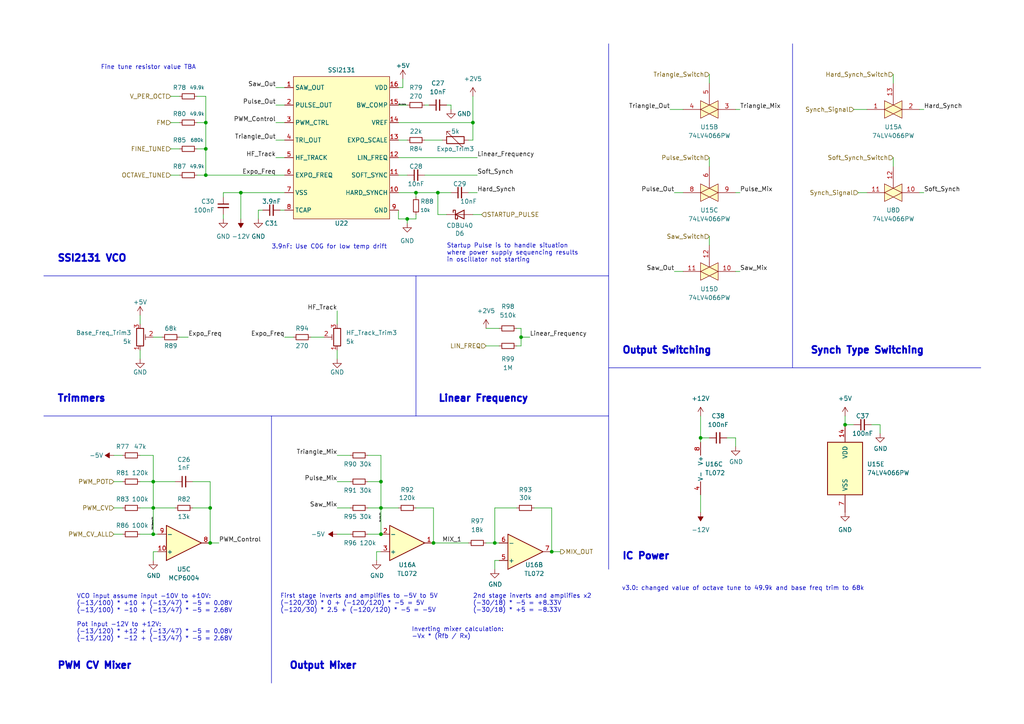
<source format=kicad_sch>
(kicad_sch (version 20230121) (generator eeschema)
  (paper "A4")
  (title_block (title "Quadraphone Voice") (date "2023-01-27") (rev "v1.0") (company "Mountjoy Modular"))
  (lib_symbols
    (symbol "4xxx:4066" (pin_names (offset 1.016))
      (property "Reference" "U" (at -7.62 8.89 0))
      (property "Value" "4066" (at -7.62 -8.89 0))
      (symbol "4066_1_0"
        (polyline (pts (xy 0 1.27) (xy 0 2.54)) (stroke (width 0.1524)))
        (polyline (pts (xy -2.54 0) (xy 2.54 2.54) (xy 2.54 -2.54) (xy -2.54 0)) (fill (type background)))
        (polyline (pts (xy -2.54 2.54) (xy 2.54 0) (xy -2.54 -2.54) (xy -2.54 2.54)) (fill (type background)))
        (pin passive line (at -7.62 0 0) (length 5.08) (name "~") (number "1"))
        (pin input line (at 0 7.62 270) (length 5.08) (name "~") (number "13"))
        (pin passive line (at 7.62 0 180) (length 5.08) (name "~") (number "2"))
      )
      (symbol "4066_2_0"
        (polyline (pts (xy 0 1.27) (xy 0 2.54)) (stroke (width 0.1524)))
        (polyline (pts (xy -2.54 0) (xy 2.54 2.54) (xy 2.54 -2.54) (xy -2.54 0)) (fill (type background)))
        (polyline (pts (xy -2.54 2.54) (xy 2.54 0) (xy -2.54 -2.54) (xy -2.54 2.54)) (fill (type background)))
        (pin passive line (at 7.62 0 180) (length 5.08) (name "~") (number "3"))
        (pin passive line (at -7.62 0 0) (length 5.08) (name "~") (number "4"))
        (pin input line (at 0 7.62 270) (length 5.08) (name "~") (number "5"))
      )
      (symbol "4066_3_0"
        (polyline (pts (xy 0 1.27) (xy 0 2.54)) (stroke (width 0.1524)))
        (polyline (pts (xy -2.54 0) (xy 2.54 2.54) (xy 2.54 -2.54) (xy -2.54 0)) (fill (type background)))
        (polyline (pts (xy -2.54 2.54) (xy 2.54 0) (xy -2.54 -2.54) (xy -2.54 2.54)) (fill (type background)))
        (pin input line (at 0 7.62 270) (length 5.08) (name "~") (number "6"))
        (pin passive line (at -7.62 0 0) (length 5.08) (name "~") (number "8"))
        (pin passive line (at 7.62 0 180) (length 5.08) (name "~") (number "9"))
      )
      (symbol "4066_4_0"
        (polyline (pts (xy 0 1.27) (xy 0 2.54)) (stroke (width 0.1524)))
        (polyline (pts (xy -2.54 0) (xy 2.54 2.54) (xy 2.54 -2.54) (xy -2.54 0)) (fill (type background)))
        (polyline (pts (xy -2.54 2.54) (xy 2.54 0) (xy -2.54 -2.54) (xy -2.54 2.54)) (fill (type background)))
        (pin passive line (at 7.62 0 180) (length 5.08) (name "~") (number "10"))
        (pin passive line (at -7.62 0 0) (length 5.08) (name "~") (number "11"))
        (pin input line (at 0 7.62 270) (length 5.08) (name "~") (number "12"))
      )
      (symbol "4066_5_0"
        (pin power_in line (at 0 12.7 270) (length 5.08) (name "VDD") (number "14"))
        (pin power_in line (at 0 -12.7 90) (length 5.08) (name "VSS") (number "7"))
      )
      (symbol "4066_5_1"
        (rectangle (start -5.08 7.62) (end 5.08 -7.62) (stroke (width 0.254)) (fill (type background)))
      )
    )
    (symbol "Amplifier_Operational:MCP6004" (pin_names (offset 0.127))
      (property "Reference" "U" (at 0 5.08 0))
      (property "Value" "MCP6004" (at 0 -5.08 0))
      (symbol "MCP6004_1_1"
        (polyline (pts (xy -5.08 5.08) (xy 5.08 0) (xy -5.08 -5.08) (xy -5.08 5.08)) (stroke (width 0.254)) (fill (type background)))
        (pin output line (at 7.62 0 180) (length 2.54) (name "~") (number "1"))
        (pin input line (at -7.62 -2.54 0) (length 2.54) (name "-") (number "2"))
        (pin input line (at -7.62 2.54 0) (length 2.54) (name "+") (number "3"))
      )
      (symbol "MCP6004_2_1"
        (polyline (pts (xy -5.08 5.08) (xy 5.08 0) (xy -5.08 -5.08) (xy -5.08 5.08)) (stroke (width 0.254)) (fill (type background)))
        (pin input line (at -7.62 2.54 0) (length 2.54) (name "+") (number "5"))
        (pin input line (at -7.62 -2.54 0) (length 2.54) (name "-") (number "6"))
        (pin output line (at 7.62 0 180) (length 2.54) (name "~") (number "7"))
      )
      (symbol "MCP6004_3_1"
        (polyline (pts (xy -5.08 5.08) (xy 5.08 0) (xy -5.08 -5.08) (xy -5.08 5.08)) (stroke (width 0.254)) (fill (type background)))
        (pin input line (at -7.62 2.54 0) (length 2.54) (name "+") (number "10"))
        (pin output line (at 7.62 0 180) (length 2.54) (name "~") (number "8"))
        (pin input line (at -7.62 -2.54 0) (length 2.54) (name "-") (number "9"))
      )
      (symbol "MCP6004_4_1"
        (polyline (pts (xy -5.08 5.08) (xy 5.08 0) (xy -5.08 -5.08) (xy -5.08 5.08)) (stroke (width 0.254)) (fill (type background)))
        (pin input line (at -7.62 2.54 0) (length 2.54) (name "+") (number "12"))
        (pin input line (at -7.62 -2.54 0) (length 2.54) (name "-") (number "13"))
        (pin output line (at 7.62 0 180) (length 2.54) (name "~") (number "14"))
      )
      (symbol "MCP6004_5_1"
        (pin power_in line (at -2.54 -7.62 90) (length 3.81) (name "V-") (number "11"))
        (pin power_in line (at -2.54 7.62 270) (length 3.81) (name "V+") (number "4"))
      )
    )
    (symbol "Amplifier_Operational:TL072" (pin_names (offset 0.127))
      (property "Reference" "U" (at 0 5.08 0))
      (property "Value" "TL072" (at 0 -5.08 0))
      (symbol "TL072_1_1"
        (polyline (pts (xy -5.08 5.08) (xy 5.08 0) (xy -5.08 -5.08) (xy -5.08 5.08)) (stroke (width 0.254)) (fill (type background)))
        (pin output line (at 7.62 0 180) (length 2.54) (name "~") (number "1"))
        (pin input line (at -7.62 -2.54 0) (length 2.54) (name "-") (number "2"))
        (pin input line (at -7.62 2.54 0) (length 2.54) (name "+") (number "3"))
      )
      (symbol "TL072_2_1"
        (polyline (pts (xy -5.08 5.08) (xy 5.08 0) (xy -5.08 -5.08) (xy -5.08 5.08)) (stroke (width 0.254)) (fill (type background)))
        (pin input line (at -7.62 2.54 0) (length 2.54) (name "+") (number "5"))
        (pin input line (at -7.62 -2.54 0) (length 2.54) (name "-") (number "6"))
        (pin output line (at 7.62 0 180) (length 2.54) (name "~") (number "7"))
      )
      (symbol "TL072_3_1"
        (pin power_in line (at -2.54 -7.62 90) (length 3.81) (name "V-") (number "4"))
        (pin power_in line (at -2.54 7.62 270) (length 3.81) (name "V+") (number "8"))
      )
    )
    (symbol "Custom_Audio:SSI2131"
      (property "Reference" "U" (at 0 21.59 0))
      (property "Value" "SSI2131" (at 0 -23.495 0))
      (symbol "SSI2131_0_0"
        (pin output line (at -16.51 16.51 0) (length 2.54) (name "SAW_OUT") (number "1"))
        (pin input line (at 16.51 -13.97 180) (length 2.54) (name "HARD_SYNCH") (number "10"))
        (pin input line (at 16.51 -8.89 180) (length 2.54) (name "SOFT_SYNC") (number "11"))
        (pin input line (at 16.51 -3.81 180) (length 2.54) (name "LIN_FREQ") (number "12"))
        (pin input line (at 16.51 1.27 180) (length 2.54) (name "EXPO_SCALE") (number "13"))
        (pin power_in line (at 16.51 6.35 180) (length 2.54) (name "VREF") (number "14"))
        (pin output line (at 16.51 11.43 180) (length 2.54) (name "BW_COMP") (number "15"))
        (pin power_in line (at 16.51 16.51 180) (length 2.54) (name "VDD") (number "16"))
        (pin output line (at -16.51 11.43 0) (length 2.54) (name "PULSE_OUT") (number "2"))
        (pin input line (at -16.51 6.35 0) (length 2.54) (name "PWM_CTRL") (number "3"))
        (pin output line (at -16.51 -3.81 0) (length 2.54) (name "HF_TRACK") (number "5"))
        (pin input line (at -16.51 -8.89 0) (length 2.54) (name "EXPO_FREQ") (number "6"))
        (pin power_in line (at -16.51 -13.97 0) (length 2.54) (name "VSS") (number "7"))
        (pin input line (at -16.51 -19.05 0) (length 2.54) (name "TCAP") (number "8"))
        (pin power_in line (at 16.51 -19.05 180) (length 2.54) (name "GND") (number "9"))
      )
      (symbol "SSI2131_0_1"
        (rectangle (start -13.97 19.685) (end 13.97 -21.59) (fill (type background)))
      )
      (symbol "SSI2131_1_1"
        (pin output line (at -16.51 1.27 0) (length 2.54) (name "TRI_OUT") (number "4"))
      )
    )
    (symbol "Device:C_Small" (pin_numbers hide) (pin_names (offset 0.254) hide)
      (property "Reference" "C" (at 0.254 1.778 0))
      (property "Value" "C_Small" (at 0.254 -2.032 0))
      (symbol "C_Small_0_1"
        (polyline (pts (xy -1.524 -0.508) (xy 1.524 -0.508)) (stroke (width 0.3302)))
        (polyline (pts (xy -1.524 0.508) (xy 1.524 0.508)) (stroke (width 0.3048)))
      )
      (symbol "C_Small_1_1"
        (pin passive line (at 0 2.54 270) (length 2.032) (name "~") (number "1"))
        (pin passive line (at 0 -2.54 90) (length 2.032) (name "~") (number "2"))
      )
    )
    (symbol "Device:R_Potentiometer_Trim" (pin_names (offset 1.016) hide)
      (property "Reference" "RV" (at -4.445 0 90))
      (property "Value" "R_Potentiometer_Trim" (at -2.54 0 90))
      (symbol "R_Potentiometer_Trim_0_1"
        (polyline (pts (xy 1.524 0.762) (xy 1.524 -0.762)))
        (polyline (pts (xy 2.54 0) (xy 1.524 0)))
        (rectangle (start 1.016 2.54) (end -1.016 -2.54) (stroke (width 0.254)))
      )
      (symbol "R_Potentiometer_Trim_1_1"
        (pin passive line (at 0 3.81 270) (length 1.27) (name "1") (number "1"))
        (pin passive line (at 3.81 0 180) (length 1.27) (name "2") (number "2"))
        (pin passive line (at 0 -3.81 90) (length 1.27) (name "3") (number "3"))
      )
    )
    (symbol "Device:R_Small" (pin_numbers hide) (pin_names (offset 0.254) hide)
      (property "Reference" "R" (at 0.762 0.508 0))
      (property "Value" "R_Small" (at 0.762 -1.016 0))
      (symbol "R_Small_0_1"
        (rectangle (start -0.762 1.778) (end 0.762 -1.778) (stroke (width 0.2032)))
      )
      (symbol "R_Small_1_1"
        (pin passive line (at 0 2.54 270) (length 0.762) (name "~") (number "1"))
        (pin passive line (at 0 -2.54 90) (length 0.762) (name "~") (number "2"))
      )
    )
    (symbol "Device:R_Variable" (pin_numbers hide) (pin_names (offset 0))
      (property "Reference" "R" (at 2.54 -2.54 90))
      (property "Value" "R_Variable" (at -2.54 -1.27 90))
      (symbol "R_Variable_0_1"
        (rectangle (start -1.016 -2.54) (end 1.016 2.54) (stroke (width 0.254)))
        (polyline (pts (xy 2.54 1.524) (xy 2.54 2.54) (xy 1.524 2.54) (xy 2.54 2.54) (xy -2.032 -2.032)))
      )
      (symbol "R_Variable_1_1"
        (pin passive line (at 0 3.81 270) (length 1.27) (name "~") (number "1"))
        (pin passive line (at 0 -3.81 90) (length 1.27) (name "~") (number "2"))
      )
    )
    (symbol "Diode:1N5819" (pin_numbers hide) (pin_names (offset 1.016) hide)
      (property "Reference" "D" (at 0 2.54 0))
      (property "Value" "1N5819" (at 0 -2.54 0))
      (symbol "1N5819_0_1"
        (polyline (pts (xy 1.27 0) (xy -1.27 0)))
        (polyline (pts (xy 1.27 1.27) (xy 1.27 -1.27) (xy -1.27 0) (xy 1.27 1.27)) (stroke (width 0.254)))
        (polyline (pts (xy -1.905 0.635) (xy -1.905 1.27) (xy -1.27 1.27) (xy -1.27 -1.27) (xy -0.635 -1.27) (xy -0.635 -0.635)) (stroke (width 0.254)))
      )
      (symbol "1N5819_1_1"
        (pin passive line (at -3.81 0 0) (length 2.54) (name "K") (number "1"))
        (pin passive line (at 3.81 0 180) (length 2.54) (name "A") (number "2"))
      )
    )
    (symbol "power:+12V" (power) (pin_names (offset 0))
      (property "Value" "+12V" (at 0 3.556 0))
      (symbol "+12V_0_1"
        (polyline (pts (xy -0.762 1.27) (xy 0 2.54)))
        (polyline (pts (xy 0 0) (xy 0 2.54)))
        (polyline (pts (xy 0 2.54) (xy 0.762 1.27)))
      )
      (symbol "+12V_1_1"
        (pin power_in line (at 0 0 90) (length 0) hide (name "+12V") (number "1"))
      )
    )
    (symbol "power:+2V5" (power) (pin_names (offset 0))
      (property "Value" "+2V5" (at 0 3.556 0))
      (symbol "+2V5_0_1"
        (polyline (pts (xy -0.762 1.27) (xy 0 2.54)))
        (polyline (pts (xy 0 0) (xy 0 2.54)))
        (polyline (pts (xy 0 2.54) (xy 0.762 1.27)))
      )
      (symbol "+2V5_1_1"
        (pin power_in line (at 0 0 90) (length 0) hide (name "+2V5") (number "1"))
      )
    )
    (symbol "power:+5V" (power) (pin_names (offset 0))
      (property "Value" "+5V" (at 0 3.556 0))
      (symbol "+5V_0_1"
        (polyline (pts (xy -0.762 1.27) (xy 0 2.54)))
        (polyline (pts (xy 0 0) (xy 0 2.54)))
        (polyline (pts (xy 0 2.54) (xy 0.762 1.27)))
      )
      (symbol "+5V_1_1"
        (pin power_in line (at 0 0 90) (length 0) hide (name "+5V") (number "1"))
      )
    )
    (symbol "power:-12V" (power) (pin_names (offset 0))
      (property "Value" "-12V" (at 0 3.81 0))
      (symbol "-12V_0_0"
        (pin power_in line (at 0 0 90) (length 0) hide (name "-12V") (number "1"))
      )
      (symbol "-12V_0_1"
        (polyline (pts (xy 0 0) (xy 0 1.27) (xy 0.762 1.27) (xy 0 2.54) (xy -0.762 1.27) (xy 0 1.27)) (fill (type outline)))
      )
    )
    (symbol "power:-5V" (power) (pin_names (offset 0))
      (property "Value" "-5V" (at 0 3.81 0))
      (symbol "-5V_0_0"
        (pin power_in line (at 0 0 90) (length 0) hide (name "-5V") (number "1"))
      )
      (symbol "-5V_0_1"
        (polyline (pts (xy 0 0) (xy 0 1.27) (xy 0.762 1.27) (xy 0 2.54) (xy -0.762 1.27) (xy 0 1.27)) (fill (type outline)))
      )
    )
    (symbol "power:GND" (power) (pin_names (offset 0))
      (property "Value" "GND" (at 0 -3.81 0))
      (symbol "GND_0_1"
        (polyline (pts (xy 0 0) (xy 0 -1.27) (xy 1.27 -1.27) (xy 0 -2.54) (xy -1.27 -1.27) (xy 0 -1.27)))
      )
      (symbol "GND_1_1"
        (pin power_in line (at 0 0 270) (length 0) hide (name "GND") (number "1"))
      )
    )
  )
  (junction (at 60.96 147.32))
  (junction (at 127 55.88))
  (junction (at 160.02 160.02))
  (junction (at 137.16 35.56))
  (junction (at 151.13 97.79))
  (junction (at 110.49 154.94))
  (junction (at 118.11 63.5))
  (junction (at 110.49 139.7))
  (junction (at 203.2 127))
  (junction (at 245.11 123.19))
  (junction (at 125.73 157.48))
  (junction (at 120.65 55.88))
  (junction (at 59.69 43.18))
  (junction (at 69.85 55.88))
  (junction (at 110.49 147.32))
  (junction (at 143.51 157.48))
  (junction (at 60.96 157.48))
  (junction (at 59.69 50.8))
  (junction (at 44.45 139.7))
  (junction (at 44.45 147.32))
  (junction (at 59.69 35.56))
  (junction (at 44.45 154.94))
  (polyline (pts (xy 176.53 165.1) (xy 176.53 12.7)))
  (polyline (pts (xy 12.7 120.65) (xy 176.53 120.65)))
  (wire (pts (xy 115.57 35.56) (xy 137.16 35.56)))
  (wire (pts (xy 57.15 35.56) (xy 59.69 35.56)))
  (polyline (pts (xy 229.87 12.7) (xy 229.87 106.68)))
  (wire (pts (xy 149.86 100.33) (xy 151.13 100.33)))
  (wire (pts (xy 151.13 97.79) (xy 151.13 95.25)))
  (wire (pts (xy 120.65 147.32) (xy 125.73 147.32)))
  (wire (pts (xy 110.49 139.7) (xy 110.49 147.32)))
  (wire (pts (xy 97.79 154.94) (xy 101.6 154.94)))
  (wire (pts (xy 143.51 157.48) (xy 144.78 157.48)))
  (wire (pts (xy 55.88 147.32) (xy 60.96 147.32)))
  (wire (pts (xy 143.51 147.32) (xy 149.86 147.32)))
  (wire (pts (xy 109.22 160.02) (xy 109.22 162.56)))
  (wire (pts (xy 116.84 25.4) (xy 115.57 25.4)))
  (wire (pts (xy 115.57 45.72) (xy 138.43 45.72)))
  (wire (pts (xy 129.54 30.48) (xy 130.81 30.48)))
  (wire (pts (xy 195.58 78.74) (xy 198.12 78.74)))
  (wire (pts (xy 49.53 50.8) (xy 52.07 50.8)))
  (wire (pts (xy 80.01 25.4) (xy 82.55 25.4)))
  (wire (pts (xy 33.02 139.7) (xy 35.56 139.7)))
  (wire (pts (xy 40.64 139.7) (xy 44.45 139.7)))
  (wire (pts (xy 49.53 43.18) (xy 52.07 43.18)))
  (wire (pts (xy 266.7 31.75) (xy 267.97 31.75)))
  (wire (pts (xy 115.57 40.64) (xy 118.11 40.64)))
  (wire (pts (xy 97.79 101.6) (xy 97.79 104.14)))
  (wire (pts (xy 115.57 63.5) (xy 118.11 63.5)))
  (wire (pts (xy 97.79 139.7) (xy 101.6 139.7)))
  (wire (pts (xy 60.96 147.32) (xy 60.96 157.48)))
  (wire (pts (xy 97.79 147.32) (xy 101.6 147.32)))
  (wire (pts (xy 259.08 45.72) (xy 259.08 48.26)))
  (wire (pts (xy 90.17 97.79) (xy 93.98 97.79)))
  (wire (pts (xy 123.19 50.8) (xy 138.43 50.8)))
  (wire (pts (xy 123.19 30.48) (xy 124.46 30.48)))
  (polyline (pts (xy 176.53 106.68) (xy 284.48 106.68)))
  (wire (pts (xy 80.01 30.48) (xy 82.55 30.48)))
  (wire (pts (xy 33.02 132.08) (xy 35.56 132.08)))
  (wire (pts (xy 59.69 27.94) (xy 59.69 35.56)))
  (wire (pts (xy 203.2 120.65) (xy 203.2 127)))
  (wire (pts (xy 40.64 147.32) (xy 44.45 147.32)))
  (wire (pts (xy 69.85 55.88) (xy 69.85 63.5)))
  (wire (pts (xy 59.69 43.18) (xy 59.69 50.8)))
  (wire (pts (xy 116.84 22.86) (xy 116.84 25.4)))
  (polyline (pts (xy 12.7 80.01) (xy 176.53 80.01)))
  (wire (pts (xy 97.79 132.08) (xy 101.6 132.08)))
  (wire (pts (xy 115.57 60.96) (xy 115.57 63.5)))
  (wire (pts (xy 44.45 160.02) (xy 45.72 160.02)))
  (wire (pts (xy 144.78 95.25) (xy 140.97 95.25)))
  (wire (pts (xy 44.45 139.7) (xy 50.8 139.7)))
  (wire (pts (xy 135.89 55.88) (xy 138.43 55.88)))
  (wire (pts (xy 74.93 60.96) (xy 74.93 63.5)))
  (wire (pts (xy 259.08 21.59) (xy 259.08 24.13)))
  (wire (pts (xy 140.97 100.33) (xy 144.78 100.33)))
  (wire (pts (xy 57.15 43.18) (xy 59.69 43.18)))
  (wire (pts (xy 245.11 123.19) (xy 247.65 123.19)))
  (wire (pts (xy 57.15 50.8) (xy 59.69 50.8)))
  (wire (pts (xy 59.69 35.56) (xy 59.69 43.18)))
  (wire (pts (xy 143.51 162.56) (xy 144.78 162.56)))
  (wire (pts (xy 203.2 127) (xy 203.2 128.27)))
  (wire (pts (xy 45.72 154.94) (xy 44.45 154.94)))
  (wire (pts (xy 106.68 154.94) (xy 110.49 154.94)))
  (wire (pts (xy 154.94 147.32) (xy 160.02 147.32)))
  (wire (pts (xy 125.73 157.48) (xy 135.89 157.48)))
  (wire (pts (xy 82.55 97.79) (xy 85.09 97.79)))
  (wire (pts (xy 44.45 97.79) (xy 46.99 97.79)))
  (wire (pts (xy 44.45 147.32) (xy 44.45 154.94)))
  (wire (pts (xy 210.82 127) (xy 213.36 127)))
  (wire (pts (xy 127 55.88) (xy 130.81 55.88)))
  (wire (pts (xy 245.11 120.65) (xy 245.11 123.19)))
  (wire (pts (xy 140.97 157.48) (xy 143.51 157.48)))
  (wire (pts (xy 143.51 162.56) (xy 143.51 165.1)))
  (wire (pts (xy 205.74 68.58) (xy 205.74 71.12)))
  (wire (pts (xy 106.68 147.32) (xy 110.49 147.32)))
  (wire (pts (xy 127 55.88) (xy 127 62.23)))
  (wire (pts (xy 203.2 127) (xy 205.74 127)))
  (wire (pts (xy 97.79 90.17) (xy 97.79 93.98)))
  (wire (pts (xy 60.96 157.48) (xy 63.5 157.48)))
  (wire (pts (xy 64.77 55.88) (xy 64.77 57.15)))
  (wire (pts (xy 247.65 31.75) (xy 251.46 31.75)))
  (wire (pts (xy 54.61 97.79) (xy 52.07 97.79)))
  (wire (pts (xy 151.13 100.33) (xy 151.13 97.79)))
  (wire (pts (xy 40.64 154.94) (xy 44.45 154.94)))
  (wire (pts (xy 40.64 91.44) (xy 40.64 93.98)))
  (polyline (pts (xy 78.74 120.65) (xy 78.74 198.12)))
  (wire (pts (xy 44.45 139.7) (xy 44.45 147.32)))
  (wire (pts (xy 248.92 55.88) (xy 251.46 55.88)))
  (wire (pts (xy 44.45 147.32) (xy 50.8 147.32)))
  (wire (pts (xy 213.36 55.88) (xy 214.63 55.88)))
  (wire (pts (xy 59.69 27.94) (xy 57.15 27.94)))
  (wire (pts (xy 106.68 132.08) (xy 110.49 132.08)))
  (wire (pts (xy 49.53 27.94) (xy 52.07 27.94)))
  (wire (pts (xy 49.53 35.56) (xy 52.07 35.56)))
  (wire (pts (xy 135.89 40.64) (xy 137.16 40.64)))
  (wire (pts (xy 44.45 160.02) (xy 44.45 162.56)))
  (wire (pts (xy 106.68 139.7) (xy 110.49 139.7)))
  (wire (pts (xy 127 62.23) (xy 129.54 62.23)))
  (wire (pts (xy 80.01 45.72) (xy 82.55 45.72)))
  (wire (pts (xy 151.13 95.25) (xy 149.86 95.25)))
  (wire (pts (xy 74.93 60.96) (xy 76.2 60.96)))
  (wire (pts (xy 118.11 63.5) (xy 118.11 64.77)))
  (wire (pts (xy 125.73 147.32) (xy 125.73 157.48)))
  (wire (pts (xy 252.73 123.19) (xy 255.27 123.19)))
  (wire (pts (xy 266.7 55.88) (xy 267.97 55.88)))
  (wire (pts (xy 123.19 40.64) (xy 128.27 40.64)))
  (wire (pts (xy 80.01 35.56) (xy 82.55 35.56)))
  (wire (pts (xy 115.57 50.8) (xy 118.11 50.8)))
  (wire (pts (xy 130.81 30.48) (xy 130.81 31.75)))
  (wire (pts (xy 33.02 154.94) (xy 35.56 154.94)))
  (wire (pts (xy 81.28 60.96) (xy 82.55 60.96)))
  (wire (pts (xy 55.88 139.7) (xy 60.96 139.7)))
  (wire (pts (xy 120.65 55.88) (xy 120.65 57.15)))
  (wire (pts (xy 213.36 78.74) (xy 214.63 78.74)))
  (wire (pts (xy 40.64 101.6) (xy 40.64 104.14)))
  (wire (pts (xy 213.36 127) (xy 213.36 129.54)))
  (wire (pts (xy 110.49 147.32) (xy 110.49 154.94)))
  (wire (pts (xy 213.36 31.75) (xy 214.63 31.75)))
  (wire (pts (xy 137.16 27.94) (xy 137.16 35.56)))
  (polyline (pts (xy 120.65 120.65) (xy 120.65 80.01)))
  (wire (pts (xy 137.16 62.23) (xy 139.7 62.23)))
  (wire (pts (xy 64.77 62.23) (xy 64.77 63.5)))
  (wire (pts (xy 64.77 55.88) (xy 69.85 55.88)))
  (wire (pts (xy 60.96 139.7) (xy 60.96 147.32)))
  (wire (pts (xy 137.16 40.64) (xy 137.16 35.56)))
  (wire (pts (xy 151.13 97.79) (xy 153.67 97.79)))
  (wire (pts (xy 115.57 55.88) (xy 120.65 55.88)))
  (wire (pts (xy 118.11 30.48) (xy 115.57 30.48)))
  (wire (pts (xy 110.49 132.08) (xy 110.49 139.7)))
  (wire (pts (xy 59.69 50.8) (xy 82.55 50.8)))
  (wire (pts (xy 143.51 147.32) (xy 143.51 157.48)))
  (wire (pts (xy 255.27 123.19) (xy 255.27 125.73)))
  (wire (pts (xy 109.22 160.02) (xy 110.49 160.02)))
  (wire (pts (xy 160.02 147.32) (xy 160.02 160.02)))
  (wire (pts (xy 69.85 55.88) (xy 82.55 55.88)))
  (wire (pts (xy 40.64 132.08) (xy 44.45 132.08)))
  (wire (pts (xy 194.31 31.75) (xy 198.12 31.75)))
  (wire (pts (xy 80.01 40.64) (xy 82.55 40.64)))
  (wire (pts (xy 160.02 160.02) (xy 162.56 160.02)))
  (wire (pts (xy 205.74 45.72) (xy 205.74 48.26)))
  (wire (pts (xy 203.2 148.59) (xy 203.2 143.51)))
  (wire (pts (xy 110.49 147.32) (xy 115.57 147.32)))
  (wire (pts (xy 44.45 132.08) (xy 44.45 139.7)))
  (wire (pts (xy 120.65 62.23) (xy 120.65 63.5)))
  (wire (pts (xy 195.58 55.88) (xy 198.12 55.88)))
  (wire (pts (xy 205.74 21.59) (xy 205.74 24.13)))
  (wire (pts (xy 120.65 55.88) (xy 127 55.88)))
  (wire (pts (xy 120.65 63.5) (xy 118.11 63.5)))
  (wire (pts (xy 33.02 147.32) (xy 35.56 147.32)))
  (text "First stage inverts and amplifies to -5V to 5V\n(-120/30) * 0 + (-120/120) * -5 = 5V\n(-120/30) * 2.5 + (-120/120) * -5 = -5V" (at 81.28 177.8 0) (effects (font (size 1.27 1.27)) (justify left bottom)))
  (text "Startup Pulse is to handle situation \nwhere power supply sequencing results \nin oscillator not starting\n" (at 129.54 76.2 0) (effects (font (size 1.27 1.27)) (justify left bottom)))
  (text "Fine tune resistor value TBA" (at 29.21 20.32 0) (effects (font (size 1.27 1.27)) (justify left bottom)))
  (text "PWM CV Mixer" (at 16.51 194.31 0) (effects (font (size 2 2) (thickness 0.6) bold) (justify left bottom)))
  (text "Synch Type Switching" (at 234.95 102.87 0) (effects (font (size 2 2) (thickness 0.6) bold) (justify left bottom)))
  (text "Inverting mixer calculation:\n-Vx * (Rfb / Rx)" (at 119.38 185.42 0) (effects (font (size 1.27 1.27)) (justify left bottom)))
  (text "SSI2131 VCO" (at 16.51 76.2 0) (effects (font (size 2 2) (thickness 0.6) bold) (justify left bottom)))
  (text "Linear Frequency" (at 127 116.84 0) (effects (font (size 2 2) (thickness 0.6) bold) (justify left bottom)))
  (text "VCO input assume input -10V to +10V:\n(-13/100) * +10 + (-13/47) * -5 = 0.08V\n(-13/100) * -10 + (-13/47) * -5 = 2.68V\n\nPot input -12V to +12V:\n(-13/120) * +12 + (-13/47) * -5 = 0.08V\n(-13/120) * -12 + (-13/47) * -5 = 2.68V" (at 22.225 186.055 0) (effects (font (size 1.27 1.27)) (justify left bottom)))
  (text "Trimmers" (at 16.51 116.84 0) (effects (font (size 2 2) (thickness 0.6) bold) (justify left bottom)))
  (text "Output Mixer" (at 83.82 194.31 0) (effects (font (size 2 2) (thickness 0.6) bold) (justify left bottom)))
  (text "v3.0: changed value of octave tune to 49.9k and base freq trim to 68k" (at 180.34 171.45 0) (effects (font (size 1.27 1.27)) (justify left bottom)))
  (text "3.9nF: Use C0G for low temp drift" (at 78.74 72.39 0) (effects (font (size 1.27 1.27)) (justify left bottom)))
  (text "IC Power" (at 180.34 162.56 0) (effects (font (size 2 2) (thickness 0.6) bold) (justify left bottom)))
  (text "2nd stage inverts and amplifies x2\n(-30/18) * -5 = +8.33V\n(-30/18) * +5 = -8.33V" (at 137.16 177.8 0) (effects (font (size 1.27 1.27)) (justify left bottom)))
  (text "Output Switching" (at 180.34 102.87 0) (effects (font (size 2 2) (thickness 0.6) bold) (justify left bottom)))
  (label "Saw_Mix" (at 214.63 78.74 0))
  (label "Linear_Frequency" (at 138.43 45.72 0))
  (label "Expo_Freq" (at 80.01 50.8 180))
  (label "MIX_1" (at 128.27 157.48 0))
  (label "Triangle_Out" (at 194.31 31.75 180))
  (label "Soft_Synch" (at 138.43 50.8 0))
  (label "Hard_Synch" (at 267.97 31.75 0))
  (label "Triangle_Out" (at 80.01 40.64 180))
  (label "Saw_Mix" (at 97.79 147.32 180))
  (label "BW_Comp" (at 115.57 30.48 0) (effects (font (size 0.3 0.3))))
  (label "PWM_Opamp_Mix" (at 44.45 149.86 270) (effects (font (size 0.3 0.3))))
  (label "Hard_Synch" (at 138.43 55.88 0))
  (label "Pulse_Mix" (at 214.63 55.88 0))
  (label "Expo_Freq" (at 54.61 97.79 0))
  (label "Soft_Synch" (at 267.97 55.88 0))
  (label "HF_Track" (at 80.01 45.72 180))
  (label "Pulse_Mix" (at 97.79 139.7 180))
  (label "Saw_Out" (at 80.01 25.4 180))
  (label "Triangle_Mix" (at 214.63 31.75 0))
  (label "PWM_Control" (at 80.01 35.56 180))
  (label "Pulse_Out" (at 195.58 55.88 180))
  (label "Triangle_Mix" (at 97.79 132.08 180))
  (label "PWM_Control" (at 63.5 157.48 0))
  (label "HF_Track" (at 97.79 90.17 180))
  (label "Expo_Freq" (at 82.55 97.79 180))
  (label "Linear_Frequency" (at 153.67 97.79 0))
  (label "Pulse_Out" (at 80.01 30.48 180))
  (label "Saw_Out" (at 195.58 78.74 180))
  (label "Op_Amp_Mix" (at 110.49 148.59 270) (effects (font (size 0.3 0.3))))
  (hierarchical_label "FM" (shape input) (at 49.53 35.56 180))
  (hierarchical_label "MIX_OUT" (shape output) (at 162.56 160.02 0))
  (hierarchical_label "Triangle_Switch" (shape input) (at 205.74 21.59 180))
  (hierarchical_label "PWM_CV" (shape input) (at 33.02 147.32 180))
  (hierarchical_label "Saw_Switch" (shape input) (at 205.74 68.58 180))
  (hierarchical_label "PWM_POT" (shape input) (at 33.02 139.7 180))
  (hierarchical_label "Synch_Signal" (shape input) (at 247.65 31.75 180))
  (hierarchical_label "LIN_FREQ" (shape input) (at 140.97 100.33 180))
  (hierarchical_label "STARTUP_PULSE" (shape input) (at 139.7 62.23 0))
  (hierarchical_label "OCTAVE_TUNE" (shape input) (at 49.53 50.8 180))
  (hierarchical_label "V_PER_OCT" (shape input) (at 49.53 27.94 180))
  (hierarchical_label "FINE_TUNE" (shape input) (at 49.53 43.18 180))
  (hierarchical_label "Soft_Synch_Switch" (shape input) (at 259.08 45.72 180))
  (hierarchical_label "Synch_Signal" (shape input) (at 248.92 55.88 180))
  (hierarchical_label "Pulse_Switch" (shape input) (at 205.74 45.72 180))
  (hierarchical_label "PWM_CV_ALL" (shape input) (at 33.02 154.94 180))
  (hierarchical_label "Hard_Synch_Switch" (shape input) (at 259.08 21.59 180))
  (symbol (lib_id "power:+2V5") (at 140.97 95.25 0) (mirror y) (unit 1)
    (property "Reference" "#PWR097" (effects hide))
    (property "Value" "+2V5" (at 140.97 90.17 0))
  )
  (symbol (lib_id "Device:R_Small") (at 38.1 132.08 270) (unit 1)
    (property "Reference" "R77" (at 35.56 129.54 90))
    (property "Value" "47k" (at 40.64 129.54 90))
    (property "Footprint" "Resistor_SMD:R_0603_1608Metric" (effects hide))
  )
  (symbol (lib_id "Device:R_Small") (at 38.1 139.7 270) (unit 1)
    (property "Reference" "R81" (at 35.56 137.16 90))
    (property "Value" "120k" (at 40.64 137.16 90))
    (property "Footprint" "Resistor_SMD:R_0603_1608Metric" (effects hide))
  )
  (symbol (lib_id "power:GND") (at 40.64 104.14 0) (mirror y) (unit 1)
    (property "Reference" "#PWR092" (effects hide))
    (property "Value" "GND" (at 40.64 107.95 0))
  )
  (symbol (lib_id "Device:C_Small") (at 208.28 127 90) (unit 1)
    (property "Reference" "C38" (at 208.2863 120.65 90))
    (property "Value" "100nF" (at 208.2863 123.19 90))
    (property "Footprint" "Capacitor_SMD:C_0603_1608Metric_Pad1.08x0.95mm_HandSolder" (effects hide))
  )
  (symbol (lib_id "power:GND") (at 44.45 162.56 0) (unit 1)
    (property "Reference" "#PWR086" (effects hide))
    (property "Value" "GND" (at 44.577 166.9542 0))
  )
  (symbol (lib_id "Device:C_Small") (at 133.35 55.88 90) (unit 1)
    (property "Reference" "C29" (at 133.35 53.34 90))
    (property "Value" "10nF" (at 135.89 58.42 90))
    (property "Footprint" "Capacitor_SMD:C_0603_1608Metric_Pad1.08x0.95mm_HandSolder" (effects hide))
  )
  (symbol (lib_id "Device:R_Small") (at 118.11 147.32 270) (unit 1)
    (property "Reference" "R92" (at 118.11 142.0622 90))
    (property "Value" "120k" (at 118.11 144.3736 90))
    (property "Footprint" "Resistor_SMD:R_0603_1608Metric" (effects hide))
  )
  (symbol (lib_id "Diode:1N5819") (at 133.35 62.23 0) (unit 1)
    (property "Reference" "D6" (at 133.35 67.7164 0))
    (property "Value" "CDBU40" (at 133.35 65.405 0))
    (property "Footprint" "Diode_SMD:D_0603_1608Metric" (effects hide))
    (property "Datasheet" "http://www.vishay.com/docs/88525/1n5817.pdf" (effects hide))
  )
  (symbol (lib_id "Device:C_Small") (at 250.19 123.19 90) (unit 1)
    (property "Reference" "C37" (at 250.19 120.65 90))
    (property "Value" "100nF" (at 250.19 125.73 90))
    (property "Footprint" "Capacitor_SMD:C_0603_1608Metric_Pad1.08x0.95mm_HandSolder" (effects hide))
  )
  (symbol (lib_id "Device:R_Small") (at 87.63 97.79 270) (unit 1)
    (property "Reference" "R94" (at 87.63 95.25 90))
    (property "Value" "270" (at 87.63 100.33 90))
    (property "Footprint" "Resistor_SMD:R_0603_1608Metric" (effects hide))
  )
  (symbol (lib_id "Device:R_Small") (at 147.32 95.25 270) (mirror x) (unit 1)
    (property "Reference" "R98" (at 147.32 88.9 90))
    (property "Value" "510k" (at 147.32 91.44 90))
    (property "Footprint" "Resistor_SMD:R_0603_1608Metric" (effects hide))
  )
  (symbol (lib_id "4xxx:4066") (at 205.74 55.88 0) (unit 3)
    (property "Reference" "U15" (at 205.74 60.96 0))
    (property "Value" "74LV4066PW" (at 205.74 63.5 0))
    (property "Footprint" "Package_SO:TSSOP-14_4.4x5mm_P0.65mm" (effects hide))
    (property "Datasheet" "http://www.ti.com/lit/ds/symlink/cd4066b.pdf" (effects hide))
  )
  (symbol (lib_id "power:-12V") (at 69.85 63.5 180) (unit 1)
    (property "Reference" "#PWR088" (effects hide))
    (property "Value" "-12V" (at 69.85 68.58 0))
  )
  (symbol (lib_id "power:GND") (at 97.79 104.14 0) (unit 1)
    (property "Reference" "#PWR094" (effects hide))
    (property "Value" "GND" (at 97.79 107.95 0))
  )
  (symbol (lib_id "Device:R_Small") (at 104.14 139.7 270) (unit 1)
    (property "Reference" "R91" (at 101.6 142.24 90))
    (property "Value" "30k" (at 106.045 142.24 90))
    (property "Footprint" "Resistor_SMD:R_0603_1608Metric" (effects hide))
  )
  (symbol (lib_id "Device:R_Small") (at 152.4 147.32 270) (unit 1)
    (property "Reference" "R93" (at 152.4 142.0622 90))
    (property "Value" "30k" (at 152.4 144.3736 90))
    (property "Footprint" "Resistor_SMD:R_0603_1608Metric" (effects hide))
  )
  (symbol (lib_id "power:+12V") (at 203.2 120.65 0) (mirror y) (unit 1)
    (property "Reference" "#PWR0128" (effects hide))
    (property "Value" "+12V" (at 203.2 115.57 0))
  )
  (symbol (lib_id "Device:R_Small") (at 147.32 100.33 90) (unit 1)
    (property "Reference" "R99" (at 147.32 104.14 90))
    (property "Value" "1M" (at 147.32 106.68 90))
    (property "Footprint" "Resistor_SMD:R_0603_1608Metric" (effects hide))
  )
  (symbol (lib_id "4xxx:4066") (at 205.74 31.75 0) (unit 2)
    (property "Reference" "U15" (at 205.74 36.83 0))
    (property "Value" "74LV4066PW" (at 205.74 39.37 0))
    (property "Footprint" "Package_SO:TSSOP-14_4.4x5mm_P0.65mm" (effects hide))
    (property "Datasheet" "http://www.ti.com/lit/ds/symlink/cd4066b.pdf" (effects hide))
  )
  (symbol (lib_id "Device:R_Small") (at 120.65 30.48 90) (unit 1)
    (property "Reference" "R79" (at 120.65 25.4 90))
    (property "Value" "270" (at 120.65 27.94 90))
    (property "Footprint" "Resistor_SMD:R_0603_1608Metric" (effects hide))
  )
  (symbol (lib_id "Amplifier_Operational:TL072") (at 205.74 135.89 0) (unit 3)
    (property "Reference" "U16" (at 204.47 134.6199 0) (effects (justify left)))
    (property "Value" "TL072" (at 204.47 137.1599 0) (effects (justify left)))
    (property "Footprint" "Package_SO:SOIC-8_3.9x4.9mm_P1.27mm" (effects hide))
    (property "Datasheet" "http://www.ti.com/lit/ds/symlink/tl071.pdf" (effects hide))
  )
  (symbol (lib_id "Device:R_Small") (at 49.53 97.79 90) (unit 1)
    (property "Reference" "R89" (at 49.53 100.33 90))
    (property "Value" "68k" (at 49.53 95.25 90))
    (property "Footprint" "Resistor_SMD:R_0603_1608Metric" (effects hide))
  )
  (symbol (lib_id "Device:R_Small") (at 120.65 40.64 90) (unit 1)
    (property "Reference" "R84" (at 120.65 43.18 90))
    (property "Value" "22k" (at 120.65 38.1 90))
    (property "Footprint" "Resistor_SMD:R_0603_1608Metric" (effects hide))
  )
  (symbol (lib_id "power:GND") (at 74.93 63.5 0) (unit 1)
    (property "Reference" "#PWR089" (effects hide))
    (property "Value" "GND" (at 74.93 68.58 0))
  )
  (symbol (lib_id "Device:R_Small") (at 54.61 35.56 90) (unit 1)
    (property "Reference" "R80" (at 52.07 33.02 90))
    (property "Value" "49.9k" (at 57.15 33.02 90) (effects (font (size 1 1))))
    (property "Footprint" "Resistor_SMD:R_0603_1608Metric" (effects hide))
  )
  (symbol (lib_id "Device:R_Small") (at 38.1 147.32 270) (unit 1)
    (property "Reference" "R83" (at 35.56 144.78 90))
    (property "Value" "100k" (at 40.64 144.78 90))
    (property "Footprint" "Resistor_SMD:R_0603_1608Metric" (effects hide))
  )
  (symbol (lib_id "power:GND") (at 130.81 31.75 0) (unit 1)
    (property "Reference" "#PWR085" (effects hide))
    (property "Value" "GND" (at 134.62 33.02 0))
  )
  (symbol (lib_id "power:-12V") (at 203.2 148.59 180) (unit 1)
    (property "Reference" "#PWR0129" (effects hide))
    (property "Value" "-12V" (at 203.2 153.67 0))
  )
  (symbol (lib_id "power:-5V") (at 33.02 132.08 90) (unit 1)
    (property "Reference" "#PWR083" (effects hide))
    (property "Value" "-5V" (at 27.94 132.08 90))
  )
  (symbol (lib_id "power:+5V") (at 116.84 22.86 0) (unit 1)
    (property "Reference" "#PWR082" (effects hide))
    (property "Value" "+5V" (at 116.84 19.05 0))
  )
  (symbol (lib_id "Device:R_Small") (at 53.34 147.32 270) (unit 1)
    (property "Reference" "R82" (at 53.34 144.78 90))
    (property "Value" "13k" (at 53.34 149.86 90))
    (property "Footprint" "Resistor_SMD:R_0603_1608Metric" (effects hide))
  )
  (symbol (lib_id "Device:C_Small") (at 78.74 60.96 90) (unit 1)
    (property "Reference" "C31" (at 78.74 64.77 90))
    (property "Value" "3.9nF" (at 78.74 58.42 90))
    (property "Footprint" "Capacitor_SMD:C_0603_1608Metric_Pad1.08x0.95mm_HandSolder" (effects hide))
  )
  (symbol (lib_id "Device:R_Small") (at 138.43 157.48 270) (unit 1)
    (property "Reference" "R97" (at 138.43 151.13 90))
    (property "Value" "18k" (at 138.43 153.67 90))
    (property "Footprint" "Resistor_SMD:R_0603_1608Metric" (effects hide))
  )
  (symbol (lib_id "Device:R_Potentiometer_Trim") (at 97.79 97.79 180) (unit 1)
    (property "Reference" "HF_Track_Trim3" (at 100.33 96.5199 0) (effects (justify right)))
    (property "Value" "5k" (at 100.33 99.0599 0) (effects (justify right)))
    (property "Footprint" "Potentiometer_THT:Potentiometer_Bourns_3266W_Vertical" (effects hide))
  )
  (symbol (lib_id "Device:C_Small") (at 120.65 50.8 90) (unit 1)
    (property "Reference" "C28" (at 120.65 48.26 90))
    (property "Value" "10nF" (at 120.65 53.34 90))
    (property "Footprint" "Capacitor_SMD:C_0603_1608Metric_Pad1.08x0.95mm_HandSolder" (effects hide))
  )
  (symbol (lib_id "Device:C_Small") (at 53.34 139.7 90) (unit 1)
    (property "Reference" "C26" (at 53.34 133.2992 90))
    (property "Value" "1nF" (at 53.34 135.6106 90))
    (property "Footprint" "Capacitor_SMD:C_0603_1608Metric_Pad1.08x0.95mm_HandSolder" (effects hide))
  )
  (symbol (lib_id "Amplifier_Operational:TL072") (at 152.4 160.02 0) (mirror x) (unit 2)
    (property "Reference" "U16" (at 154.94 163.83 0))
    (property "Value" "TL072" (at 154.94 166.37 0))
    (property "Footprint" "Package_SO:SOIC-8_3.9x4.9mm_P1.27mm" (effects hide))
    (property "Datasheet" "http://www.ti.com/lit/ds/symlink/tl071.pdf" (effects hide))
  )
  (symbol (lib_id "Device:R_Small") (at 120.65 59.69 180) (unit 1)
    (property "Reference" "R88" (at 121.92 58.42 0) (effects (justify right)))
    (property "Value" "10k" (at 121.92 60.96 0) (effects (font (size 1 1)) (justify right)))
    (property "Footprint" "Resistor_SMD:R_0603_1608Metric" (effects hide))
  )
  (symbol (lib_id "power:GND") (at 245.11 148.59 0) (unit 1)
    (property "Reference" "#PWR0116" (effects hide))
    (property "Value" "GND" (at 245.11 153.67 0))
  )
  (symbol (lib_id "Amplifier_Operational:MCP6004") (at 53.34 157.48 0) (mirror x) (unit 3)
    (property "Reference" "U5" (at 53.34 165.1 0))
    (property "Value" "MCP6004" (at 53.34 167.64 0))
    (property "Footprint" "Package_SO:SOIC-14_3.9x8.7mm_P1.27mm" (effects hide))
    (property "Datasheet" "http://ww1.microchip.com/downloads/en/DeviceDoc/21733j.pdf" (effects hide))
  )
  (symbol (lib_id "power:GND") (at 64.77 63.5 0) (unit 1)
    (property "Reference" "#PWR087" (effects hide))
    (property "Value" "GND" (at 64.77 68.58 0))
  )
  (symbol (lib_id "Device:R_Small") (at 54.61 50.8 90) (unit 1)
    (property "Reference" "R87" (at 52.07 48.26 90))
    (property "Value" "49.9k" (at 57.15 48.26 90) (effects (font (size 1 1))))
    (property "Footprint" "Resistor_SMD:R_0603_1608Metric" (effects hide))
  )
  (symbol (lib_id "4xxx:4066") (at 245.11 135.89 0) (unit 5)
    (property "Reference" "U15" (at 251.46 134.6199 0) (effects (justify left)))
    (property "Value" "74LV4066PW" (at 251.46 137.1599 0) (effects (justify left)))
    (property "Footprint" "Package_SO:TSSOP-14_4.4x5mm_P0.65mm" (effects hide))
    (property "Datasheet" "http://www.ti.com/lit/ds/symlink/cd4066b.pdf" (effects hide))
  )
  (symbol (lib_id "Device:R_Small") (at 54.61 27.94 90) (unit 1)
    (property "Reference" "R78" (at 52.07 25.4 90))
    (property "Value" "49.9k" (at 57.15 25.4 90) (effects (font (size 1 1))))
    (property "Footprint" "Resistor_SMD:R_0603_1608Metric" (effects hide))
  )
  (symbol (lib_id "4xxx:4066") (at 259.08 31.75 0) (unit 1)
    (property "Reference" "U15" (at 259.08 36.83 0))
    (property "Value" "74LV4066PW" (at 259.08 39.37 0))
    (property "Footprint" "Package_SO:TSSOP-14_4.4x5mm_P0.65mm" (effects hide))
    (property "Datasheet" "http://www.ti.com/lit/ds/symlink/cd4066b.pdf" (effects hide))
  )
  (symbol (lib_id "power:+5V") (at 40.64 91.44 0) (unit 1)
    (property "Reference" "#PWR091" (effects hide))
    (property "Value" "+5V" (at 40.64 87.63 0))
  )
  (symbol (lib_id "Device:C_Small") (at 64.77 59.69 0) (unit 1)
    (property "Reference" "C30" (at 62.23 58.4262 0) (effects (justify right)))
    (property "Value" "100nF" (at 62.23 60.9662 0) (effects (justify right)))
    (property "Footprint" "Capacitor_SMD:C_0603_1608Metric_Pad1.08x0.95mm_HandSolder" (effects hide))
  )
  (symbol (lib_id "Custom_Audio:SSI2131") (at 99.06 41.91 0) (unit 1)
    (property "Reference" "U22" (at 99.06 64.77 0))
    (property "Value" "SSI2131" (at 99.06 20.32 0))
    (property "Footprint" "Package_SO:SOIC-16_3.9x9.9mm_P1.27mm" (effects hide))
  )
  (symbol (lib_id "Amplifier_Operational:TL072") (at 118.11 157.48 0) (mirror x) (unit 1)
    (property "Reference" "U16" (at 118.11 163.83 0))
    (property "Value" "TL072" (at 118.11 166.37 0))
    (property "Footprint" "Package_SO:SOIC-8_3.9x4.9mm_P1.27mm" (effects hide))
    (property "Datasheet" "http://www.ti.com/lit/ds/symlink/tl071.pdf" (effects hide))
  )
  (symbol (lib_id "4xxx:4066") (at 205.74 78.74 0) (unit 4)
    (property "Reference" "U15" (at 205.74 83.82 0))
    (property "Value" "74LV4066PW" (at 205.74 86.36 0))
    (property "Footprint" "Package_SO:TSSOP-14_4.4x5mm_P0.65mm" (effects hide))
    (property "Datasheet" "http://www.ti.com/lit/ds/symlink/cd4066b.pdf" (effects hide))
  )
  (symbol (lib_id "power:GND") (at 118.11 64.77 0) (unit 1)
    (property "Reference" "#PWR090" (effects hide))
    (property "Value" "GND" (at 118.11 69.85 0))
  )
  (symbol (lib_id "Device:R_Variable") (at 132.08 40.64 90) (unit 1)
    (property "Reference" "Expo_Trim3" (at 132.08 43.18 90))
    (property "Value" "5k" (at 132.08 38.1 90))
    (property "Footprint" "Potentiometer_THT:Potentiometer_Bourns_3266W_Vertical" (effects hide))
  )
  (symbol (lib_id "Device:R_Small") (at 38.1 154.94 270) (unit 1)
    (property "Reference" "R86" (at 35.56 152.4 90))
    (property "Value" "100k" (at 40.64 152.4 90))
    (property "Footprint" "Resistor_SMD:R_0603_1608Metric" (effects hide))
  )
  (symbol (lib_id "power:-5V") (at 97.79 154.94 90) (unit 1)
    (property "Reference" "#PWR093" (effects hide))
    (property "Value" "-5V" (at 90.17 154.94 90) (effects (justify right)))
  )
  (symbol (lib_id "power:GND") (at 255.27 125.73 0) (unit 1)
    (property "Reference" "#PWR0135" (effects hide))
    (property "Value" "GND" (at 255.397 130.1242 0))
  )
  (symbol (lib_id "4xxx:4066") (at 259.08 55.88 0) (unit 4)
    (property "Reference" "U8" (at 259.08 60.96 0))
    (property "Value" "74LV4066PW" (at 259.08 63.5 0))
    (property "Footprint" "Package_SO:TSSOP-14_4.4x5mm_P0.65mm" (effects hide))
    (property "Datasheet" "http://www.ti.com/lit/ds/symlink/cd4066b.pdf" (effects hide))
  )
  (symbol (lib_id "power:GND") (at 143.51 165.1 0) (unit 1)
    (property "Reference" "#PWR096" (effects hide))
    (property "Value" "GND" (at 143.637 169.4942 0))
  )
  (symbol (lib_id "Device:R_Small") (at 104.14 147.32 270) (unit 1)
    (property "Reference" "R95" (at 101.6 149.86 90))
    (property "Value" "30k" (at 106.045 149.86 90))
    (property "Footprint" "Resistor_SMD:R_0603_1608Metric" (effects hide))
  )
  (symbol (lib_id "Device:R_Small") (at 54.61 43.18 90) (unit 1)
    (property "Reference" "R85" (at 52.07 40.64 90))
    (property "Value" "680k" (at 57.15 40.64 90) (effects (font (size 1 1))))
    (property "Footprint" "Resistor_SMD:R_0603_1608Metric" (effects hide))
  )
  (symbol (lib_id "Device:R_Small") (at 104.14 132.08 270) (unit 1)
    (property "Reference" "R90" (at 101.6 134.62 90))
    (property "Value" "30k" (at 106.045 134.62 90))
    (property "Footprint" "Resistor_SMD:R_0603_1608Metric" (effects hide))
  )
  (symbol (lib_id "power:GND") (at 109.22 162.56 0) (unit 1)
    (property "Reference" "#PWR095" (effects hide))
    (property "Value" "GND" (at 109.347 166.9542 0))
  )
  (symbol (lib_id "power:+5V") (at 245.11 120.65 0) (unit 1)
    (property "Reference" "#PWR0115" (effects hide))
    (property "Value" "+5V" (at 245.11 115.57 0))
  )
  (symbol (lib_id "Device:R_Small") (at 104.14 154.94 270) (unit 1)
    (property "Reference" "R96" (at 101.6 157.48 90))
    (property "Value" "120k" (at 106.68 157.48 90))
    (property "Footprint" "Resistor_SMD:R_0603_1608Metric" (effects hide))
  )
  (symbol (lib_id "power:+2V5") (at 137.16 27.94 0) (unit 1)
    (property "Reference" "#PWR084" (effects hide))
    (property "Value" "+2V5" (at 137.16 22.86 0))
  )
  (symbol (lib_id "power:GND") (at 213.36 129.54 0) (unit 1)
    (property "Reference" "#PWR0134" (effects hide))
    (property "Value" "GND" (at 213.487 133.9342 0))
  )
  (symbol (lib_id "Device:R_Potentiometer_Trim") (at 40.64 97.79 0) (mirror x) (unit 1)
    (property "Reference" "Base_Freq_Trim3" (at 38.1 96.5199 0) (effects (justify right)))
    (property "Value" "5k" (at 38.1 99.0599 0) (effects (justify right)))
    (property "Footprint" "Potentiometer_THT:Potentiometer_Bourns_3266W_Vertical" (effects hide))
  )
  (symbol (lib_id "Device:C_Small") (at 127 30.48 90) (unit 1)
    (property "Reference" "C27" (at 127.0063 24.13 90))
    (property "Value" "10nF" (at 127.0063 26.67 90))
    (property "Footprint" "Capacitor_SMD:C_0603_1608Metric_Pad1.08x0.95mm_HandSolder" (effects hide))
  )
)
</source>
